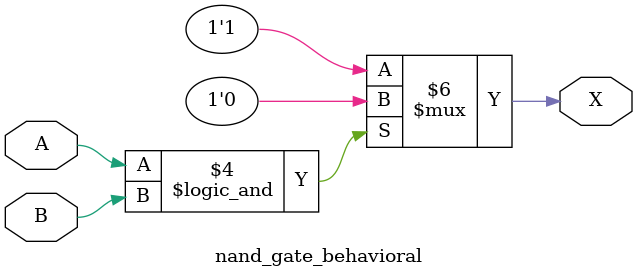
<source format=v>
module nand_gate_behavioral (A, B, X);

  input A, B;
  output X;
  reg X;

  always @(A, B)
  begin
    if (A == 1 && B == 1)
      X = 0;
    else
      X = 1;
  end

endmodule

</source>
